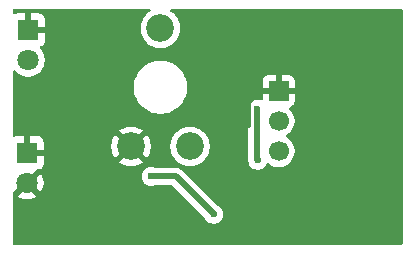
<source format=gbl>
G04 #@! TF.GenerationSoftware,KiCad,Pcbnew,9.0.2*
G04 #@! TF.CreationDate,2025-06-05T16:56:41+03:00*
G04 #@! TF.ProjectId,2-Layer-Proximity-PCB,322d4c61-7965-4722-9d50-726f78696d69,rev?*
G04 #@! TF.SameCoordinates,Original*
G04 #@! TF.FileFunction,Copper,L2,Bot*
G04 #@! TF.FilePolarity,Positive*
%FSLAX46Y46*%
G04 Gerber Fmt 4.6, Leading zero omitted, Abs format (unit mm)*
G04 Created by KiCad (PCBNEW 9.0.2) date 2025-06-05 16:56:41*
%MOMM*%
%LPD*%
G01*
G04 APERTURE LIST*
G04 #@! TA.AperFunction,ComponentPad*
%ADD10R,1.800000X1.800000*%
G04 #@! TD*
G04 #@! TA.AperFunction,ComponentPad*
%ADD11C,1.800000*%
G04 #@! TD*
G04 #@! TA.AperFunction,ComponentPad*
%ADD12C,2.340000*%
G04 #@! TD*
G04 #@! TA.AperFunction,ComponentPad*
%ADD13R,1.700000X1.700000*%
G04 #@! TD*
G04 #@! TA.AperFunction,ComponentPad*
%ADD14C,1.700000*%
G04 #@! TD*
G04 #@! TA.AperFunction,ViaPad*
%ADD15C,0.600000*%
G04 #@! TD*
G04 #@! TA.AperFunction,Conductor*
%ADD16C,0.500000*%
G04 #@! TD*
G04 APERTURE END LIST*
D10*
X125700000Y-81700000D03*
D11*
X125700000Y-84240000D03*
D10*
X125800000Y-71300000D03*
D11*
X125800000Y-73840000D03*
D12*
X139500000Y-81150000D03*
X137000000Y-71150000D03*
X134500000Y-81150000D03*
D13*
X147000000Y-76460000D03*
D14*
X147000000Y-79000000D03*
X147000000Y-81540000D03*
D15*
X145300000Y-76500000D03*
X144400000Y-79300000D03*
X145200000Y-78000000D03*
X145230331Y-82330331D03*
X141500000Y-86900000D03*
X136200000Y-83700000D03*
D16*
X144400000Y-77400000D02*
X144400000Y-79300000D01*
X145300000Y-76500000D02*
X144400000Y-77400000D01*
X145200000Y-82300000D02*
X145230331Y-82330331D01*
X145200000Y-78000000D02*
X145200000Y-82300000D01*
X138300000Y-83700000D02*
X141500000Y-86900000D01*
X136200000Y-83700000D02*
X138300000Y-83700000D01*
G04 #@! TA.AperFunction,Conductor*
G36*
X136120283Y-69520185D02*
G01*
X136166038Y-69572989D01*
X136175982Y-69642147D01*
X136146957Y-69705703D01*
X136115244Y-69731887D01*
X136069929Y-69758049D01*
X135896201Y-69891355D01*
X135896194Y-69891361D01*
X135741361Y-70046194D01*
X135741355Y-70046201D01*
X135608049Y-70219929D01*
X135498565Y-70409561D01*
X135498560Y-70409573D01*
X135414758Y-70611884D01*
X135358084Y-70823399D01*
X135358082Y-70823410D01*
X135329500Y-71040502D01*
X135329500Y-71259497D01*
X135334833Y-71300000D01*
X135358083Y-71476598D01*
X135414759Y-71688117D01*
X135498560Y-71890428D01*
X135498562Y-71890433D01*
X135498565Y-71890438D01*
X135608049Y-72080070D01*
X135741355Y-72253798D01*
X135741361Y-72253805D01*
X135896194Y-72408638D01*
X135896201Y-72408644D01*
X136069929Y-72541950D01*
X136259561Y-72651434D01*
X136259563Y-72651434D01*
X136259572Y-72651440D01*
X136461883Y-72735241D01*
X136673402Y-72791917D01*
X136890510Y-72820500D01*
X136890517Y-72820500D01*
X137109483Y-72820500D01*
X137109490Y-72820500D01*
X137326598Y-72791917D01*
X137538117Y-72735241D01*
X137740428Y-72651440D01*
X137930071Y-72541950D01*
X138103800Y-72408643D01*
X138258643Y-72253800D01*
X138391950Y-72080071D01*
X138501440Y-71890428D01*
X138585241Y-71688117D01*
X138641917Y-71476598D01*
X138670500Y-71259490D01*
X138670500Y-71040510D01*
X138641917Y-70823402D01*
X138585241Y-70611883D01*
X138501440Y-70409572D01*
X138468290Y-70352155D01*
X138391950Y-70219929D01*
X138258644Y-70046201D01*
X138258638Y-70046194D01*
X138103805Y-69891361D01*
X138103798Y-69891355D01*
X137930070Y-69758049D01*
X137884756Y-69731887D01*
X137836540Y-69681320D01*
X137823317Y-69612713D01*
X137849285Y-69547848D01*
X137906200Y-69507320D01*
X137946756Y-69500500D01*
X157375500Y-69500500D01*
X157442539Y-69520185D01*
X157488294Y-69572989D01*
X157499500Y-69624500D01*
X157499500Y-89375500D01*
X157479815Y-89442539D01*
X157427011Y-89488294D01*
X157375500Y-89499500D01*
X124624500Y-89499500D01*
X124557461Y-89479815D01*
X124511706Y-89427011D01*
X124500500Y-89375500D01*
X124500500Y-85137308D01*
X124520185Y-85070269D01*
X124536819Y-85049627D01*
X125257861Y-84328584D01*
X125280667Y-84413694D01*
X125339910Y-84516306D01*
X125423694Y-84600090D01*
X125526306Y-84659333D01*
X125611414Y-84682137D01*
X124902485Y-85391065D01*
X124902485Y-85391066D01*
X124966243Y-85437388D01*
X125162589Y-85537432D01*
X125372164Y-85605526D01*
X125589819Y-85640000D01*
X125810181Y-85640000D01*
X126027835Y-85605526D01*
X126237410Y-85537432D01*
X126433760Y-85437386D01*
X126497513Y-85391066D01*
X126497514Y-85391066D01*
X125788585Y-84682138D01*
X125873694Y-84659333D01*
X125976306Y-84600090D01*
X126060090Y-84516306D01*
X126119333Y-84413694D01*
X126142137Y-84328585D01*
X126851066Y-85037514D01*
X126851066Y-85037513D01*
X126897386Y-84973760D01*
X126997432Y-84777410D01*
X127065526Y-84567835D01*
X127100000Y-84350181D01*
X127100000Y-84129818D01*
X127065526Y-83912164D01*
X126997431Y-83702586D01*
X126981522Y-83671362D01*
X126981521Y-83671361D01*
X126955938Y-83621153D01*
X135399500Y-83621153D01*
X135399500Y-83778846D01*
X135430261Y-83933489D01*
X135430264Y-83933501D01*
X135490602Y-84079172D01*
X135490609Y-84079185D01*
X135578210Y-84210288D01*
X135578213Y-84210292D01*
X135689707Y-84321786D01*
X135689711Y-84321789D01*
X135820814Y-84409390D01*
X135820827Y-84409397D01*
X135920060Y-84450500D01*
X135966503Y-84469737D01*
X136121153Y-84500499D01*
X136121156Y-84500500D01*
X136121158Y-84500500D01*
X136278844Y-84500500D01*
X136278845Y-84500499D01*
X136355152Y-84485320D01*
X136433488Y-84469739D01*
X136433489Y-84469738D01*
X136433497Y-84469737D01*
X136457155Y-84459937D01*
X136504604Y-84450500D01*
X137937770Y-84450500D01*
X138004809Y-84470185D01*
X138025451Y-84486819D01*
X140753926Y-87215293D01*
X140780805Y-87255519D01*
X140790603Y-87279172D01*
X140790606Y-87279178D01*
X140790609Y-87279185D01*
X140878210Y-87410288D01*
X140878213Y-87410292D01*
X140989707Y-87521786D01*
X140989711Y-87521789D01*
X141120814Y-87609390D01*
X141120827Y-87609397D01*
X141266498Y-87669735D01*
X141266503Y-87669737D01*
X141421153Y-87700499D01*
X141421156Y-87700500D01*
X141421158Y-87700500D01*
X141578844Y-87700500D01*
X141578845Y-87700499D01*
X141733497Y-87669737D01*
X141879179Y-87609394D01*
X142010289Y-87521789D01*
X142121789Y-87410289D01*
X142209394Y-87279179D01*
X142269737Y-87133497D01*
X142300500Y-86978842D01*
X142300500Y-86821158D01*
X142300500Y-86821155D01*
X142300499Y-86821153D01*
X142269738Y-86666510D01*
X142269737Y-86666503D01*
X142269735Y-86666498D01*
X142209397Y-86520827D01*
X142209390Y-86520814D01*
X142121789Y-86389711D01*
X142121786Y-86389707D01*
X142010292Y-86278213D01*
X142010288Y-86278210D01*
X141879185Y-86190609D01*
X141879180Y-86190607D01*
X141879179Y-86190606D01*
X141855519Y-86180805D01*
X141815293Y-86153926D01*
X138778421Y-83117052D01*
X138778414Y-83117046D01*
X138678818Y-83050499D01*
X138678817Y-83050499D01*
X138655495Y-83034916D01*
X138655488Y-83034912D01*
X138518917Y-82978343D01*
X138518907Y-82978340D01*
X138373920Y-82949500D01*
X138373918Y-82949500D01*
X136504604Y-82949500D01*
X136457155Y-82940062D01*
X136433497Y-82930263D01*
X136433493Y-82930262D01*
X136433488Y-82930260D01*
X136278845Y-82899500D01*
X136278842Y-82899500D01*
X136121158Y-82899500D01*
X136121155Y-82899500D01*
X135966510Y-82930261D01*
X135966498Y-82930264D01*
X135820827Y-82990602D01*
X135820814Y-82990609D01*
X135689711Y-83078210D01*
X135689707Y-83078213D01*
X135578213Y-83189707D01*
X135578210Y-83189711D01*
X135490609Y-83320814D01*
X135490602Y-83320827D01*
X135430264Y-83466498D01*
X135430261Y-83466510D01*
X135399500Y-83621153D01*
X126955938Y-83621153D01*
X126897388Y-83506243D01*
X126851066Y-83442485D01*
X126851065Y-83442485D01*
X126142137Y-84151413D01*
X126119333Y-84066306D01*
X126060090Y-83963694D01*
X125976306Y-83879910D01*
X125873694Y-83820667D01*
X125788584Y-83797861D01*
X126517415Y-83069031D01*
X126578738Y-83035546D01*
X126648430Y-83040530D01*
X126692778Y-83069032D01*
X126714635Y-83090889D01*
X126842086Y-83043354D01*
X126842093Y-83043350D01*
X126957187Y-82957190D01*
X126957190Y-82957187D01*
X127043350Y-82842093D01*
X127043354Y-82842086D01*
X127093596Y-82707379D01*
X127093598Y-82707372D01*
X127099999Y-82647844D01*
X127100000Y-82647827D01*
X127100000Y-81950000D01*
X126075278Y-81950000D01*
X126119333Y-81873694D01*
X126150000Y-81759244D01*
X126150000Y-81640756D01*
X126119333Y-81526306D01*
X126075278Y-81450000D01*
X127100000Y-81450000D01*
X127100000Y-81040548D01*
X132830000Y-81040548D01*
X132830000Y-81259451D01*
X132830001Y-81259467D01*
X132858573Y-81476496D01*
X132915234Y-81687956D01*
X132999004Y-81890198D01*
X132999012Y-81890214D01*
X133108460Y-82079782D01*
X133108466Y-82079790D01*
X133155438Y-82141007D01*
X133898958Y-81397487D01*
X133923978Y-81457890D01*
X133995112Y-81564351D01*
X134085649Y-81654888D01*
X134192110Y-81726022D01*
X134252511Y-81751041D01*
X133508991Y-82494560D01*
X133508991Y-82494561D01*
X133570200Y-82541527D01*
X133570208Y-82541532D01*
X133759792Y-82650990D01*
X133759801Y-82650995D01*
X133962043Y-82734765D01*
X134173503Y-82791426D01*
X134390532Y-82819998D01*
X134390549Y-82820000D01*
X134609451Y-82820000D01*
X134609467Y-82819998D01*
X134826496Y-82791426D01*
X135037956Y-82734765D01*
X135240198Y-82650995D01*
X135240214Y-82650987D01*
X135429785Y-82541537D01*
X135429793Y-82541531D01*
X135491007Y-82494560D01*
X134747488Y-81751041D01*
X134807890Y-81726022D01*
X134914351Y-81654888D01*
X135004888Y-81564351D01*
X135076022Y-81457890D01*
X135101041Y-81397488D01*
X135844560Y-82141007D01*
X135891531Y-82079793D01*
X135891537Y-82079785D01*
X136000987Y-81890214D01*
X136000995Y-81890198D01*
X136084765Y-81687956D01*
X136141426Y-81476496D01*
X136169998Y-81259467D01*
X136170000Y-81259451D01*
X136170000Y-81040540D01*
X136169995Y-81040502D01*
X137829500Y-81040502D01*
X137829500Y-81259497D01*
X137851118Y-81423694D01*
X137858083Y-81476598D01*
X137858084Y-81476600D01*
X137914715Y-81687956D01*
X137914759Y-81688117D01*
X137998560Y-81890428D01*
X137998562Y-81890433D01*
X137998565Y-81890438D01*
X138108049Y-82080070D01*
X138241355Y-82253798D01*
X138241361Y-82253805D01*
X138396194Y-82408638D01*
X138396201Y-82408644D01*
X138569929Y-82541950D01*
X138759561Y-82651434D01*
X138759563Y-82651434D01*
X138759572Y-82651440D01*
X138961883Y-82735241D01*
X139173402Y-82791917D01*
X139390510Y-82820500D01*
X139390517Y-82820500D01*
X139609483Y-82820500D01*
X139609490Y-82820500D01*
X139826598Y-82791917D01*
X140038117Y-82735241D01*
X140240428Y-82651440D01*
X140430071Y-82541950D01*
X140603800Y-82408643D01*
X140758643Y-82253800D01*
X140891950Y-82080071D01*
X141001440Y-81890428D01*
X141085241Y-81688117D01*
X141141917Y-81476598D01*
X141170500Y-81259490D01*
X141170500Y-81040510D01*
X141141917Y-80823402D01*
X141085241Y-80611883D01*
X141001440Y-80409572D01*
X140984647Y-80380486D01*
X140891950Y-80219929D01*
X140758644Y-80046201D01*
X140758638Y-80046194D01*
X140603805Y-79891361D01*
X140603798Y-79891355D01*
X140430070Y-79758049D01*
X140240438Y-79648565D01*
X140240433Y-79648562D01*
X140240428Y-79648560D01*
X140038117Y-79564759D01*
X140038118Y-79564759D01*
X140038115Y-79564758D01*
X139932357Y-79536421D01*
X139826598Y-79508083D01*
X139790314Y-79503306D01*
X139609497Y-79479500D01*
X139609490Y-79479500D01*
X139390510Y-79479500D01*
X139390502Y-79479500D01*
X139183853Y-79506707D01*
X139173402Y-79508083D01*
X139134846Y-79518414D01*
X138961884Y-79564758D01*
X138843374Y-79613847D01*
X138759572Y-79648560D01*
X138759569Y-79648561D01*
X138759561Y-79648565D01*
X138569929Y-79758049D01*
X138396201Y-79891355D01*
X138396194Y-79891361D01*
X138241361Y-80046194D01*
X138241355Y-80046201D01*
X138108049Y-80219929D01*
X137998565Y-80409561D01*
X137998561Y-80409569D01*
X137998560Y-80409572D01*
X137963847Y-80493374D01*
X137914758Y-80611884D01*
X137858084Y-80823399D01*
X137858082Y-80823410D01*
X137829500Y-81040502D01*
X136169995Y-81040502D01*
X136141426Y-80823503D01*
X136084765Y-80612043D01*
X136000995Y-80409801D01*
X136000990Y-80409792D01*
X135891532Y-80220208D01*
X135891527Y-80220200D01*
X135844560Y-80158991D01*
X135101041Y-80902510D01*
X135076022Y-80842110D01*
X135004888Y-80735649D01*
X134914351Y-80645112D01*
X134807890Y-80573978D01*
X134747487Y-80548957D01*
X135491007Y-79805438D01*
X135491007Y-79805437D01*
X135429790Y-79758466D01*
X135429782Y-79758460D01*
X135240214Y-79649012D01*
X135240198Y-79649004D01*
X135037956Y-79565234D01*
X134826496Y-79508573D01*
X134609467Y-79480001D01*
X134609451Y-79480000D01*
X134390549Y-79480000D01*
X134390532Y-79480001D01*
X134173503Y-79508573D01*
X133962043Y-79565234D01*
X133759801Y-79649004D01*
X133759785Y-79649012D01*
X133570215Y-79758461D01*
X133570200Y-79758471D01*
X133508990Y-79805438D01*
X134252511Y-80548958D01*
X134192110Y-80573978D01*
X134085649Y-80645112D01*
X133995112Y-80735649D01*
X133923978Y-80842110D01*
X133898958Y-80902511D01*
X133155438Y-80158990D01*
X133108471Y-80220200D01*
X133108461Y-80220215D01*
X132999012Y-80409785D01*
X132999004Y-80409801D01*
X132915234Y-80612043D01*
X132858573Y-80823503D01*
X132830001Y-81040532D01*
X132830000Y-81040548D01*
X127100000Y-81040548D01*
X127100000Y-80752172D01*
X127099999Y-80752155D01*
X127093598Y-80692627D01*
X127093596Y-80692620D01*
X127043354Y-80557913D01*
X127043350Y-80557906D01*
X126957190Y-80442812D01*
X126957187Y-80442809D01*
X126842093Y-80356649D01*
X126842086Y-80356645D01*
X126707379Y-80306403D01*
X126707372Y-80306401D01*
X126647844Y-80300000D01*
X125950000Y-80300000D01*
X125950000Y-81324722D01*
X125873694Y-81280667D01*
X125759244Y-81250000D01*
X125640756Y-81250000D01*
X125526306Y-81280667D01*
X125450000Y-81324722D01*
X125450000Y-80300000D01*
X124752155Y-80300000D01*
X124692627Y-80306401D01*
X124692617Y-80306403D01*
X124667832Y-80315648D01*
X124598141Y-80320632D01*
X124536818Y-80287146D01*
X124503334Y-80225823D01*
X124500500Y-80199466D01*
X124500500Y-76002486D01*
X134749500Y-76002486D01*
X134749500Y-76297513D01*
X134779559Y-76525826D01*
X134788007Y-76589993D01*
X134860381Y-76860099D01*
X134864361Y-76874951D01*
X134864364Y-76874961D01*
X134977254Y-77147500D01*
X134977258Y-77147510D01*
X135124761Y-77402993D01*
X135304352Y-77637040D01*
X135304358Y-77637047D01*
X135512952Y-77845641D01*
X135512959Y-77845647D01*
X135747006Y-78025238D01*
X136002489Y-78172741D01*
X136002490Y-78172741D01*
X136002493Y-78172743D01*
X136275048Y-78285639D01*
X136560007Y-78361993D01*
X136852494Y-78400500D01*
X136852501Y-78400500D01*
X137147499Y-78400500D01*
X137147506Y-78400500D01*
X137439993Y-78361993D01*
X137724952Y-78285639D01*
X137997507Y-78172743D01*
X138252994Y-78025238D01*
X138388640Y-77921153D01*
X144399500Y-77921153D01*
X144399500Y-78078846D01*
X144430261Y-78233489D01*
X144430263Y-78233497D01*
X144440061Y-78257151D01*
X144449500Y-78304604D01*
X144449500Y-82140394D01*
X144447117Y-82164585D01*
X144429831Y-82251485D01*
X144429831Y-82409177D01*
X144460592Y-82563820D01*
X144460595Y-82563832D01*
X144520933Y-82709503D01*
X144520940Y-82709516D01*
X144608541Y-82840619D01*
X144608544Y-82840623D01*
X144720038Y-82952117D01*
X144720042Y-82952120D01*
X144851145Y-83039721D01*
X144851158Y-83039728D01*
X144996829Y-83100066D01*
X144996834Y-83100068D01*
X145151484Y-83130830D01*
X145151487Y-83130831D01*
X145151489Y-83130831D01*
X145309175Y-83130831D01*
X145309176Y-83130830D01*
X145463828Y-83100068D01*
X145600749Y-83043354D01*
X145609503Y-83039728D01*
X145609503Y-83039727D01*
X145609510Y-83039725D01*
X145740620Y-82952120D01*
X145852120Y-82840620D01*
X145939725Y-82709510D01*
X145965668Y-82646877D01*
X146009506Y-82592475D01*
X146075800Y-82570409D01*
X146143499Y-82587687D01*
X146153113Y-82594011D01*
X146231535Y-82650987D01*
X146292184Y-82695051D01*
X146481588Y-82791557D01*
X146683757Y-82857246D01*
X146893713Y-82890500D01*
X146893714Y-82890500D01*
X147106286Y-82890500D01*
X147106287Y-82890500D01*
X147316243Y-82857246D01*
X147518412Y-82791557D01*
X147707816Y-82695051D01*
X147767850Y-82651434D01*
X147879786Y-82570109D01*
X147879788Y-82570106D01*
X147879792Y-82570104D01*
X148030104Y-82419792D01*
X148030106Y-82419788D01*
X148030109Y-82419786D01*
X148155048Y-82247820D01*
X148155047Y-82247820D01*
X148155051Y-82247816D01*
X148251557Y-82058412D01*
X148317246Y-81856243D01*
X148350500Y-81646287D01*
X148350500Y-81433713D01*
X148317246Y-81223757D01*
X148251557Y-81021588D01*
X148155051Y-80832184D01*
X148155049Y-80832181D01*
X148155048Y-80832179D01*
X148030109Y-80660213D01*
X147879786Y-80509890D01*
X147707820Y-80384951D01*
X147707115Y-80384591D01*
X147699054Y-80380485D01*
X147648259Y-80332512D01*
X147631463Y-80264692D01*
X147653999Y-80198556D01*
X147699054Y-80159515D01*
X147707816Y-80155051D01*
X147729789Y-80139086D01*
X147879786Y-80030109D01*
X147879788Y-80030106D01*
X147879792Y-80030104D01*
X148030104Y-79879792D01*
X148030106Y-79879788D01*
X148030109Y-79879786D01*
X148155048Y-79707820D01*
X148155047Y-79707820D01*
X148155051Y-79707816D01*
X148251557Y-79518412D01*
X148317246Y-79316243D01*
X148350500Y-79106287D01*
X148350500Y-78893713D01*
X148317246Y-78683757D01*
X148251557Y-78481588D01*
X148155051Y-78292184D01*
X148155049Y-78292181D01*
X148155048Y-78292179D01*
X148030109Y-78120213D01*
X147916181Y-78006285D01*
X147882696Y-77944962D01*
X147887680Y-77875270D01*
X147929552Y-77819337D01*
X147960529Y-77802422D01*
X148092086Y-77753354D01*
X148092093Y-77753350D01*
X148207187Y-77667190D01*
X148207190Y-77667187D01*
X148293350Y-77552093D01*
X148293354Y-77552086D01*
X148343596Y-77417379D01*
X148343598Y-77417372D01*
X148349999Y-77357844D01*
X148350000Y-77357827D01*
X148350000Y-76710000D01*
X147433012Y-76710000D01*
X147465925Y-76652993D01*
X147500000Y-76525826D01*
X147500000Y-76394174D01*
X147465925Y-76267007D01*
X147433012Y-76210000D01*
X148350000Y-76210000D01*
X148350000Y-75562172D01*
X148349999Y-75562155D01*
X148343598Y-75502627D01*
X148343596Y-75502620D01*
X148293354Y-75367913D01*
X148293350Y-75367906D01*
X148207190Y-75252812D01*
X148207187Y-75252809D01*
X148092093Y-75166649D01*
X148092086Y-75166645D01*
X147957379Y-75116403D01*
X147957372Y-75116401D01*
X147897844Y-75110000D01*
X147250000Y-75110000D01*
X147250000Y-76026988D01*
X147192993Y-75994075D01*
X147065826Y-75960000D01*
X146934174Y-75960000D01*
X146807007Y-75994075D01*
X146750000Y-76026988D01*
X146750000Y-75110000D01*
X146102155Y-75110000D01*
X146042627Y-75116401D01*
X146042620Y-75116403D01*
X145907913Y-75166645D01*
X145907906Y-75166649D01*
X145792812Y-75252809D01*
X145792809Y-75252812D01*
X145706649Y-75367906D01*
X145706645Y-75367913D01*
X145656403Y-75502620D01*
X145656401Y-75502627D01*
X145650000Y-75562155D01*
X145650000Y-76210000D01*
X146566988Y-76210000D01*
X146534075Y-76267007D01*
X146500000Y-76394174D01*
X146500000Y-76525826D01*
X146534075Y-76652993D01*
X146566988Y-76710000D01*
X145650000Y-76710000D01*
X145650000Y-77134362D01*
X145630315Y-77201401D01*
X145577511Y-77247156D01*
X145508353Y-77257100D01*
X145478548Y-77248923D01*
X145433501Y-77230264D01*
X145433489Y-77230261D01*
X145278845Y-77199500D01*
X145278842Y-77199500D01*
X145121158Y-77199500D01*
X145121155Y-77199500D01*
X144966510Y-77230261D01*
X144966498Y-77230264D01*
X144820827Y-77290602D01*
X144820814Y-77290609D01*
X144689711Y-77378210D01*
X144689707Y-77378213D01*
X144578213Y-77489707D01*
X144578210Y-77489711D01*
X144490609Y-77620814D01*
X144490602Y-77620827D01*
X144430264Y-77766498D01*
X144430261Y-77766510D01*
X144399500Y-77921153D01*
X138388640Y-77921153D01*
X138487042Y-77845646D01*
X138487739Y-77844949D01*
X138505304Y-77827385D01*
X138695641Y-77637047D01*
X138695646Y-77637042D01*
X138875238Y-77402994D01*
X139022743Y-77147507D01*
X139135639Y-76874952D01*
X139211993Y-76589993D01*
X139250500Y-76297506D01*
X139250500Y-76002494D01*
X139211993Y-75710007D01*
X139135639Y-75425048D01*
X139022743Y-75152493D01*
X139014315Y-75137896D01*
X138875238Y-74897006D01*
X138695647Y-74662959D01*
X138695641Y-74662952D01*
X138487047Y-74454358D01*
X138487040Y-74454352D01*
X138252993Y-74274761D01*
X137997510Y-74127258D01*
X137997500Y-74127254D01*
X137724961Y-74014364D01*
X137724954Y-74014362D01*
X137724952Y-74014361D01*
X137439993Y-73938007D01*
X137391113Y-73931571D01*
X137147513Y-73899500D01*
X137147506Y-73899500D01*
X136852494Y-73899500D01*
X136852486Y-73899500D01*
X136574085Y-73936153D01*
X136560007Y-73938007D01*
X136514420Y-73950222D01*
X136275048Y-74014361D01*
X136275038Y-74014364D01*
X136002499Y-74127254D01*
X136002489Y-74127258D01*
X135747006Y-74274761D01*
X135512959Y-74454352D01*
X135512952Y-74454358D01*
X135304358Y-74662952D01*
X135304352Y-74662959D01*
X135124761Y-74897006D01*
X134977258Y-75152489D01*
X134977254Y-75152499D01*
X134864364Y-75425038D01*
X134864361Y-75425048D01*
X134788008Y-75710004D01*
X134788006Y-75710015D01*
X134749500Y-76002486D01*
X124500500Y-76002486D01*
X124500500Y-74815699D01*
X124520185Y-74748660D01*
X124572989Y-74702905D01*
X124642147Y-74692961D01*
X124705703Y-74721986D01*
X124724819Y-74742815D01*
X124731754Y-74752361D01*
X124887636Y-74908243D01*
X124887641Y-74908247D01*
X125043192Y-75021260D01*
X125065978Y-75037815D01*
X125194375Y-75103237D01*
X125262393Y-75137895D01*
X125262396Y-75137896D01*
X125307341Y-75152499D01*
X125472049Y-75206015D01*
X125689778Y-75240500D01*
X125689779Y-75240500D01*
X125910221Y-75240500D01*
X125910222Y-75240500D01*
X126127951Y-75206015D01*
X126337606Y-75137895D01*
X126534022Y-75037815D01*
X126712365Y-74908242D01*
X126868242Y-74752365D01*
X126997815Y-74574022D01*
X127097895Y-74377606D01*
X127166015Y-74167951D01*
X127200500Y-73950222D01*
X127200500Y-73729778D01*
X127166015Y-73512049D01*
X127097895Y-73302394D01*
X127097895Y-73302393D01*
X127063237Y-73234375D01*
X126997815Y-73105978D01*
X126981260Y-73083192D01*
X126868247Y-72927641D01*
X126868243Y-72927636D01*
X126817683Y-72877076D01*
X126784198Y-72815753D01*
X126789182Y-72746061D01*
X126831054Y-72690128D01*
X126862031Y-72673213D01*
X126942086Y-72643354D01*
X126942093Y-72643350D01*
X127057187Y-72557190D01*
X127057190Y-72557187D01*
X127143350Y-72442093D01*
X127143354Y-72442086D01*
X127193596Y-72307379D01*
X127193598Y-72307372D01*
X127199999Y-72247844D01*
X127200000Y-72247827D01*
X127200000Y-71550000D01*
X126175278Y-71550000D01*
X126219333Y-71473694D01*
X126250000Y-71359244D01*
X126250000Y-71240756D01*
X126219333Y-71126306D01*
X126175278Y-71050000D01*
X127200000Y-71050000D01*
X127200000Y-70352172D01*
X127199999Y-70352155D01*
X127193598Y-70292627D01*
X127193596Y-70292620D01*
X127143354Y-70157913D01*
X127143350Y-70157906D01*
X127057190Y-70042812D01*
X127057187Y-70042809D01*
X126942093Y-69956649D01*
X126942086Y-69956645D01*
X126807379Y-69906403D01*
X126807372Y-69906401D01*
X126747844Y-69900000D01*
X126050000Y-69900000D01*
X126050000Y-70924722D01*
X125973694Y-70880667D01*
X125859244Y-70850000D01*
X125740756Y-70850000D01*
X125626306Y-70880667D01*
X125550000Y-70924722D01*
X125550000Y-69900000D01*
X124852155Y-69900000D01*
X124792627Y-69906401D01*
X124792617Y-69906403D01*
X124667832Y-69952945D01*
X124598141Y-69957929D01*
X124536818Y-69924443D01*
X124503334Y-69863120D01*
X124500500Y-69836763D01*
X124500500Y-69624500D01*
X124520185Y-69557461D01*
X124572989Y-69511706D01*
X124624500Y-69500500D01*
X136053244Y-69500500D01*
X136120283Y-69520185D01*
G37*
G04 #@! TD.AperFunction*
M02*

</source>
